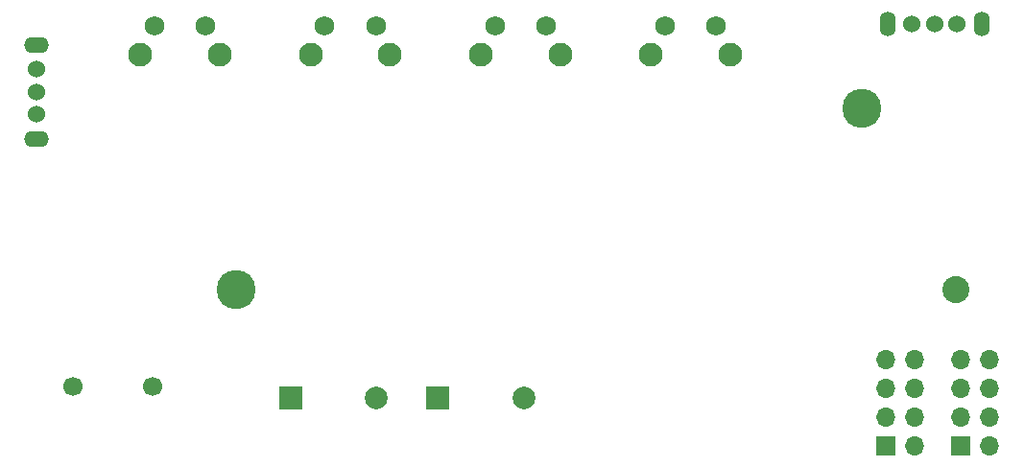
<source format=gbr>
%TF.GenerationSoftware,KiCad,Pcbnew,8.0.3*%
%TF.CreationDate,2024-07-03T21:33:09+01:00*%
%TF.ProjectId,Peanut,5065616e-7574-42e6-9b69-6361645f7063,rev?*%
%TF.SameCoordinates,Original*%
%TF.FileFunction,Soldermask,Bot*%
%TF.FilePolarity,Negative*%
%FSLAX46Y46*%
G04 Gerber Fmt 4.6, Leading zero omitted, Abs format (unit mm)*
G04 Created by KiCad (PCBNEW 8.0.3) date 2024-07-03 21:33:09*
%MOMM*%
%LPD*%
G01*
G04 APERTURE LIST*
%ADD10R,1.700000X1.700000*%
%ADD11O,1.700000X1.700000*%
%ADD12C,3.450000*%
%ADD13C,2.390000*%
%ADD14O,1.400000X2.200000*%
%ADD15C,1.524000*%
%ADD16C,1.750000*%
%ADD17C,2.100000*%
%ADD18C,1.700000*%
%ADD19O,2.200000X1.400000*%
%ADD20C,2.000000*%
%ADD21R,2.000000X2.000000*%
G04 APERTURE END LIST*
D10*
%TO.C,J2*%
X178850000Y-85300000D03*
D11*
X181390000Y-85300000D03*
X178850000Y-82760000D03*
X181390000Y-82760000D03*
X178850000Y-80220000D03*
X181390000Y-80220000D03*
X178850000Y-77680000D03*
X181390000Y-77680000D03*
%TD*%
D12*
%TO.C,BT1*%
X114900000Y-71500000D03*
X170100000Y-55500000D03*
D13*
X178430000Y-71500000D03*
%TD*%
D14*
%TO.C,SW6*%
X180650000Y-48000000D03*
X172350000Y-48000000D03*
D15*
X174500000Y-48000000D03*
X176500000Y-48000000D03*
X178500000Y-48000000D03*
%TD*%
D16*
%TO.C,SW1*%
X112225000Y-48212500D03*
X107725000Y-48212500D03*
D17*
X113485000Y-50702500D03*
X106475000Y-50702500D03*
%TD*%
D18*
%TO.C,J3*%
X107500000Y-80000000D03*
X100500000Y-80000000D03*
%TD*%
D11*
%TO.C,J1*%
X174750000Y-77680000D03*
X172210000Y-77680000D03*
X174750000Y-80220000D03*
X172210000Y-80220000D03*
X174750000Y-82760000D03*
X172210000Y-82760000D03*
X174750000Y-85300000D03*
D10*
X172210000Y-85300000D03*
%TD*%
D19*
%TO.C,SW5*%
X97325000Y-49850000D03*
X97325000Y-58150000D03*
D15*
X97325000Y-56000000D03*
X97325000Y-54000000D03*
X97325000Y-52000000D03*
%TD*%
D17*
%TO.C,SW2*%
X121475000Y-50702500D03*
X128485000Y-50702500D03*
D16*
X122725000Y-48212500D03*
X127225000Y-48212500D03*
%TD*%
%TO.C,SW4*%
X157225000Y-48212500D03*
X152725000Y-48212500D03*
D17*
X158485000Y-50702500D03*
X151475000Y-50702500D03*
%TD*%
D20*
%TO.C,BZ1*%
X127300000Y-81000000D03*
D21*
X119700000Y-81000000D03*
%TD*%
D16*
%TO.C,SW3*%
X142225000Y-48212500D03*
X137725000Y-48212500D03*
D17*
X143485000Y-50702500D03*
X136475000Y-50702500D03*
%TD*%
D20*
%TO.C,BZ2*%
X140300000Y-81000000D03*
D21*
X132700000Y-81000000D03*
%TD*%
M02*

</source>
